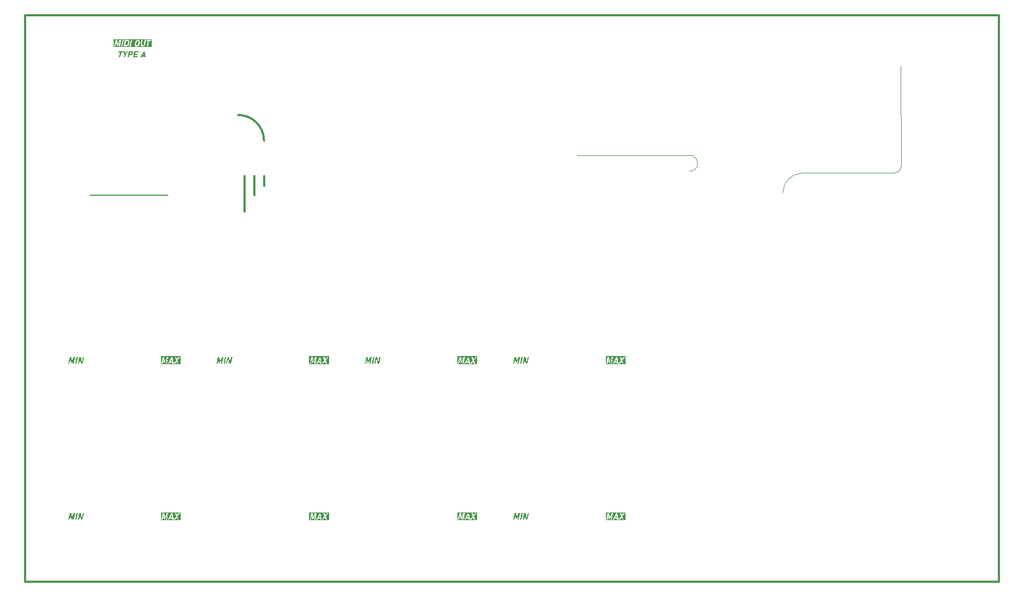
<source format=gbr>
%TF.GenerationSoftware,KiCad,Pcbnew,9.0.2*%
%TF.CreationDate,2025-08-22T18:26:34+01:00*%
%TF.ProjectId,MC8P_MIDI_CONTROLLER,4d433850-5f4d-4494-9449-5f434f4e5452,rev?*%
%TF.SameCoordinates,Original*%
%TF.FileFunction,Legend,Top*%
%TF.FilePolarity,Positive*%
%FSLAX46Y46*%
G04 Gerber Fmt 4.6, Leading zero omitted, Abs format (unit mm)*
G04 Created by KiCad (PCBNEW 9.0.2) date 2025-08-22 18:26:34*
%MOMM*%
%LPD*%
G01*
G04 APERTURE LIST*
%ADD10C,0.100000*%
%ADD11C,0.300000*%
%ADD12C,0.200000*%
G04 APERTURE END LIST*
D10*
X157775373Y-121925100D02*
X157804897Y-137425100D01*
X125000000Y-135749999D02*
X107500000Y-135750000D01*
X157804897Y-137425104D02*
G75*
G02*
X156730001Y-138499997I-1074897J4D01*
G01*
X125000000Y-135749999D02*
G75*
G02*
X125000000Y-138250001I0J-1250001D01*
G01*
X142539299Y-138526813D02*
X156730000Y-138500000D01*
D11*
X55000000Y-129500000D02*
G75*
G02*
X59000000Y-133500000I0J-4000000D01*
G01*
X21980000Y-114000000D02*
X172980000Y-114000000D01*
X172980000Y-202000000D01*
X21980000Y-202000000D01*
X21980000Y-114000000D01*
D12*
X44000000Y-142000000D02*
X32000000Y-142000000D01*
D11*
X59000000Y-139000000D02*
X59000000Y-140500000D01*
D10*
X139491213Y-141574899D02*
G75*
G02*
X142539299Y-138526813I3048087J-1D01*
G01*
D11*
X56000000Y-139000000D02*
X56000000Y-144500000D01*
X57500000Y-139000000D02*
X57500000Y-142000000D01*
D12*
G36*
X44706388Y-167740502D02*
G01*
X44474068Y-167740502D01*
X44660668Y-167401676D01*
X44706388Y-167740502D01*
G37*
G36*
X46061625Y-168191111D02*
G01*
X42995806Y-168191111D01*
X42995806Y-168080000D01*
X43106917Y-168080000D01*
X43273307Y-168080000D01*
X43417202Y-167387869D01*
X43475357Y-167969357D01*
X43637046Y-167969357D01*
X43939887Y-167374334D01*
X43793178Y-168080000D01*
X43959508Y-168080000D01*
X44089994Y-168080000D01*
X44287098Y-168080000D01*
X44374766Y-167920814D01*
X44730718Y-167920814D01*
X44752198Y-168080000D01*
X44949302Y-168080000D01*
X44982274Y-168080000D01*
X45175348Y-168080000D01*
X45439968Y-167741026D01*
X45565587Y-168080000D01*
X45758722Y-168080000D01*
X45570346Y-167573975D01*
X45950514Y-167086725D01*
X45757440Y-167086725D01*
X45508316Y-167406057D01*
X45389855Y-167086725D01*
X45196781Y-167086725D01*
X45377586Y-167573569D01*
X44982274Y-168080000D01*
X44949302Y-168080000D01*
X44784316Y-167086725D01*
X44667995Y-167086725D01*
X44287553Y-167740502D01*
X44089994Y-168080000D01*
X43959508Y-168080000D01*
X44166015Y-167086725D01*
X43924825Y-167086725D01*
X43600532Y-167756195D01*
X43554675Y-167086725D01*
X43313424Y-167086725D01*
X43106917Y-168080000D01*
X42995806Y-168080000D01*
X42995806Y-166975614D01*
X46061625Y-166975614D01*
X46061625Y-168191111D01*
G37*
G36*
X75469696Y-167086725D02*
G01*
X75710886Y-167086725D01*
X75504379Y-168080000D01*
X75338049Y-168080000D01*
X75498395Y-167308742D01*
X75495891Y-167352461D01*
X75181917Y-167969357D01*
X75020228Y-167969357D01*
X74959900Y-167366139D01*
X74978524Y-167308742D01*
X74818178Y-168080000D01*
X74651788Y-168080000D01*
X74858295Y-167086725D01*
X75099546Y-167086725D01*
X75145403Y-167756195D01*
X75469696Y-167086725D01*
G37*
G36*
X75918492Y-168080000D02*
G01*
X75728716Y-168080000D01*
X75935223Y-167086725D01*
X76125000Y-167086725D01*
X75918492Y-168080000D01*
G37*
G36*
X76333522Y-167086725D02*
G01*
X76557371Y-167086725D01*
X76760642Y-167847725D01*
X76740858Y-167865493D01*
X76902791Y-167086725D01*
X77077852Y-167086725D01*
X76871467Y-168079328D01*
X76646336Y-168079328D01*
X76442027Y-167329930D01*
X76461688Y-167312161D01*
X76302198Y-168079328D01*
X76127137Y-168079328D01*
X76333522Y-167086725D01*
G37*
G36*
X113706388Y-191990502D02*
G01*
X113474068Y-191990502D01*
X113660668Y-191651676D01*
X113706388Y-191990502D01*
G37*
G36*
X115061625Y-192441111D02*
G01*
X111995806Y-192441111D01*
X111995806Y-192330000D01*
X112106917Y-192330000D01*
X112273307Y-192330000D01*
X112417202Y-191637869D01*
X112475357Y-192219357D01*
X112637046Y-192219357D01*
X112939887Y-191624334D01*
X112793178Y-192330000D01*
X112959508Y-192330000D01*
X113089994Y-192330000D01*
X113287098Y-192330000D01*
X113374766Y-192170814D01*
X113730718Y-192170814D01*
X113752198Y-192330000D01*
X113949302Y-192330000D01*
X113982274Y-192330000D01*
X114175348Y-192330000D01*
X114439968Y-191991026D01*
X114565587Y-192330000D01*
X114758722Y-192330000D01*
X114570346Y-191823975D01*
X114950514Y-191336725D01*
X114757440Y-191336725D01*
X114508316Y-191656057D01*
X114389855Y-191336725D01*
X114196781Y-191336725D01*
X114377586Y-191823569D01*
X113982274Y-192330000D01*
X113949302Y-192330000D01*
X113784316Y-191336725D01*
X113667995Y-191336725D01*
X113287553Y-191990502D01*
X113089994Y-192330000D01*
X112959508Y-192330000D01*
X113166015Y-191336725D01*
X112924825Y-191336725D01*
X112600532Y-192006195D01*
X112554675Y-191336725D01*
X112313424Y-191336725D01*
X112106917Y-192330000D01*
X111995806Y-192330000D01*
X111995806Y-191225614D01*
X115061625Y-191225614D01*
X115061625Y-192441111D01*
G37*
G36*
X29469696Y-167086725D02*
G01*
X29710886Y-167086725D01*
X29504379Y-168080000D01*
X29338049Y-168080000D01*
X29498395Y-167308742D01*
X29495891Y-167352461D01*
X29181917Y-167969357D01*
X29020228Y-167969357D01*
X28959900Y-167366139D01*
X28978524Y-167308742D01*
X28818178Y-168080000D01*
X28651788Y-168080000D01*
X28858295Y-167086725D01*
X29099546Y-167086725D01*
X29145403Y-167756195D01*
X29469696Y-167086725D01*
G37*
G36*
X29918492Y-168080000D02*
G01*
X29728716Y-168080000D01*
X29935223Y-167086725D01*
X30125000Y-167086725D01*
X29918492Y-168080000D01*
G37*
G36*
X30333522Y-167086725D02*
G01*
X30557371Y-167086725D01*
X30760642Y-167847725D01*
X30740858Y-167865493D01*
X30902791Y-167086725D01*
X31077852Y-167086725D01*
X30871467Y-168079328D01*
X30646336Y-168079328D01*
X30442027Y-167329930D01*
X30461688Y-167312161D01*
X30302198Y-168079328D01*
X30127137Y-168079328D01*
X30333522Y-167086725D01*
G37*
G36*
X39474435Y-118019384D02*
G01*
X39510338Y-118035233D01*
X39537944Y-118061062D01*
X39555401Y-118096355D01*
X39561785Y-118137573D01*
X39556744Y-118187885D01*
X39496233Y-118478900D01*
X39480819Y-118528186D01*
X39456849Y-118570430D01*
X39424775Y-118605659D01*
X39386324Y-118631552D01*
X39342819Y-118647607D01*
X39294977Y-118653046D01*
X39248453Y-118647353D01*
X39212606Y-118631552D01*
X39185037Y-118605730D01*
X39167544Y-118570430D01*
X39161189Y-118529168D01*
X39166200Y-118478900D01*
X39226711Y-118187885D01*
X39242164Y-118138552D01*
X39266096Y-118096355D01*
X39298198Y-118061115D01*
X39336560Y-118035233D01*
X39380068Y-118019132D01*
X39427906Y-118013679D01*
X39474435Y-118019384D01*
G37*
G36*
X37811623Y-118022851D02*
G01*
X37853701Y-118038158D01*
X37883559Y-118061489D01*
X37903281Y-118093295D01*
X37911656Y-118134005D01*
X37906884Y-118187213D01*
X37846068Y-118479572D01*
X37829628Y-118530817D01*
X37804483Y-118572136D01*
X37770474Y-118605235D01*
X37729301Y-118629283D01*
X37680314Y-118644304D01*
X37621608Y-118649626D01*
X37479286Y-118649626D01*
X37610792Y-118017098D01*
X37753133Y-118017098D01*
X37811623Y-118022851D01*
G37*
G36*
X41613433Y-118951369D02*
G01*
X35672387Y-118951369D01*
X35672387Y-118830000D01*
X35783498Y-118830000D01*
X35949888Y-118830000D01*
X36093783Y-118137869D01*
X36151938Y-118719357D01*
X36313627Y-118719357D01*
X36616468Y-118124334D01*
X36469759Y-118830000D01*
X36636089Y-118830000D01*
X36860426Y-118830000D01*
X37050202Y-118830000D01*
X37258725Y-118830000D01*
X37350926Y-118830000D01*
X37579415Y-118830000D01*
X38150028Y-118830000D01*
X38339805Y-118830000D01*
X38398643Y-118546995D01*
X38967587Y-118546995D01*
X38969401Y-118610536D01*
X38981492Y-118666418D01*
X39004592Y-118718035D01*
X39037009Y-118760419D01*
X39079433Y-118794829D01*
X39128731Y-118819356D01*
X39186963Y-118834787D01*
X39256082Y-118840258D01*
X39325408Y-118835112D01*
X39390317Y-118819951D01*
X39451659Y-118794829D01*
X39508341Y-118760445D01*
X39558605Y-118717841D01*
X39602967Y-118666418D01*
X39639226Y-118608814D01*
X39665576Y-118548841D01*
X39850049Y-118548841D01*
X39850603Y-118614729D01*
X39861010Y-118670509D01*
X39882600Y-118722008D01*
X39913908Y-118763655D01*
X39955654Y-118796905D01*
X40004539Y-118820025D01*
X40064633Y-118834892D01*
X40138470Y-118840258D01*
X40212279Y-118835218D01*
X40278940Y-118820621D01*
X40339543Y-118796905D01*
X40395360Y-118763657D01*
X40444466Y-118721755D01*
X40487432Y-118670509D01*
X40522149Y-118612938D01*
X40550024Y-118546730D01*
X40570719Y-118470657D01*
X40665039Y-118017098D01*
X40752619Y-118017098D01*
X41017182Y-118017098D01*
X40848179Y-118830000D01*
X41031239Y-118830000D01*
X41200242Y-118017098D01*
X41464831Y-118017098D01*
X41502322Y-117836725D01*
X40790110Y-117836725D01*
X40752619Y-118017098D01*
X40665039Y-118017098D01*
X40702549Y-117836725D01*
X40519489Y-117836725D01*
X40386682Y-118475481D01*
X40369989Y-118529865D01*
X40345704Y-118573409D01*
X40314019Y-118607983D01*
X40275114Y-118633814D01*
X40229978Y-118649605D01*
X40176938Y-118655122D01*
X40124816Y-118649153D01*
X40087240Y-118633098D01*
X40060434Y-118607983D01*
X40043766Y-118574835D01*
X40037310Y-118531873D01*
X40043276Y-118475481D01*
X40176083Y-117836725D01*
X39992962Y-117836725D01*
X39861132Y-118470657D01*
X39850049Y-118548841D01*
X39665576Y-118548841D01*
X39667268Y-118544990D01*
X39687048Y-118474077D01*
X39745544Y-118192648D01*
X39755351Y-118119731D01*
X39753515Y-118056212D01*
X39741392Y-118000368D01*
X39718321Y-117948715D01*
X39685924Y-117906335D01*
X39643512Y-117871957D01*
X39594252Y-117847434D01*
X39536023Y-117832001D01*
X39466863Y-117826528D01*
X39397576Y-117831672D01*
X39332666Y-117846831D01*
X39271286Y-117871957D01*
X39214610Y-117906309D01*
X39164346Y-117948911D01*
X39119977Y-118000368D01*
X39083721Y-118057933D01*
X39055679Y-118121736D01*
X39035897Y-118192648D01*
X38977400Y-118474077D01*
X38969986Y-118529168D01*
X38967587Y-118546995D01*
X38398643Y-118546995D01*
X38546312Y-117836725D01*
X38356535Y-117836725D01*
X38150028Y-118830000D01*
X37579415Y-118830000D01*
X37661792Y-118824762D01*
X37734796Y-118809735D01*
X37799784Y-118785608D01*
X37860050Y-118751654D01*
X37911471Y-118710328D01*
X37954939Y-118661289D01*
X37990198Y-118605766D01*
X38017585Y-118543672D01*
X38037004Y-118474077D01*
X38095501Y-118192648D01*
X38105613Y-118117384D01*
X38103454Y-118053922D01*
X38090799Y-118000001D01*
X38066605Y-117951010D01*
X38031892Y-117910844D01*
X37985408Y-117878429D01*
X37932314Y-117856275D01*
X37866921Y-117841921D01*
X37786594Y-117836725D01*
X37648292Y-117836725D01*
X37465232Y-117836725D01*
X37296226Y-118649626D01*
X37258725Y-118830000D01*
X37050202Y-118830000D01*
X37256710Y-117836725D01*
X37066933Y-117836725D01*
X36860426Y-118830000D01*
X36636089Y-118830000D01*
X36842596Y-117836725D01*
X36601406Y-117836725D01*
X36277113Y-118506195D01*
X36231256Y-117836725D01*
X35990005Y-117836725D01*
X35783498Y-118830000D01*
X35672387Y-118830000D01*
X35672387Y-117715417D01*
X41613433Y-117715417D01*
X41613433Y-118951369D01*
G37*
G36*
X44706388Y-191990502D02*
G01*
X44474068Y-191990502D01*
X44660668Y-191651676D01*
X44706388Y-191990502D01*
G37*
G36*
X46061625Y-192441111D02*
G01*
X42995806Y-192441111D01*
X42995806Y-192330000D01*
X43106917Y-192330000D01*
X43273307Y-192330000D01*
X43417202Y-191637869D01*
X43475357Y-192219357D01*
X43637046Y-192219357D01*
X43939887Y-191624334D01*
X43793178Y-192330000D01*
X43959508Y-192330000D01*
X44089994Y-192330000D01*
X44287098Y-192330000D01*
X44374766Y-192170814D01*
X44730718Y-192170814D01*
X44752198Y-192330000D01*
X44949302Y-192330000D01*
X44982274Y-192330000D01*
X45175348Y-192330000D01*
X45439968Y-191991026D01*
X45565587Y-192330000D01*
X45758722Y-192330000D01*
X45570346Y-191823975D01*
X45950514Y-191336725D01*
X45757440Y-191336725D01*
X45508316Y-191656057D01*
X45389855Y-191336725D01*
X45196781Y-191336725D01*
X45377586Y-191823569D01*
X44982274Y-192330000D01*
X44949302Y-192330000D01*
X44784316Y-191336725D01*
X44667995Y-191336725D01*
X44287553Y-191990502D01*
X44089994Y-192330000D01*
X43959508Y-192330000D01*
X44166015Y-191336725D01*
X43924825Y-191336725D01*
X43600532Y-192006195D01*
X43554675Y-191336725D01*
X43313424Y-191336725D01*
X43106917Y-192330000D01*
X42995806Y-192330000D01*
X42995806Y-191225614D01*
X46061625Y-191225614D01*
X46061625Y-192441111D01*
G37*
G36*
X90706388Y-167740502D02*
G01*
X90474068Y-167740502D01*
X90660668Y-167401676D01*
X90706388Y-167740502D01*
G37*
G36*
X92061625Y-168191111D02*
G01*
X88995806Y-168191111D01*
X88995806Y-168080000D01*
X89106917Y-168080000D01*
X89273307Y-168080000D01*
X89417202Y-167387869D01*
X89475357Y-167969357D01*
X89637046Y-167969357D01*
X89939887Y-167374334D01*
X89793178Y-168080000D01*
X89959508Y-168080000D01*
X90089994Y-168080000D01*
X90287098Y-168080000D01*
X90374766Y-167920814D01*
X90730718Y-167920814D01*
X90752198Y-168080000D01*
X90949302Y-168080000D01*
X90982274Y-168080000D01*
X91175348Y-168080000D01*
X91439968Y-167741026D01*
X91565587Y-168080000D01*
X91758722Y-168080000D01*
X91570346Y-167573975D01*
X91950514Y-167086725D01*
X91757440Y-167086725D01*
X91508316Y-167406057D01*
X91389855Y-167086725D01*
X91196781Y-167086725D01*
X91377586Y-167573569D01*
X90982274Y-168080000D01*
X90949302Y-168080000D01*
X90784316Y-167086725D01*
X90667995Y-167086725D01*
X90287553Y-167740502D01*
X90089994Y-168080000D01*
X89959508Y-168080000D01*
X90166015Y-167086725D01*
X89924825Y-167086725D01*
X89600532Y-167756195D01*
X89554675Y-167086725D01*
X89313424Y-167086725D01*
X89106917Y-168080000D01*
X88995806Y-168080000D01*
X88995806Y-166975614D01*
X92061625Y-166975614D01*
X92061625Y-168191111D01*
G37*
G36*
X113706388Y-167740502D02*
G01*
X113474068Y-167740502D01*
X113660668Y-167401676D01*
X113706388Y-167740502D01*
G37*
G36*
X115061625Y-168191111D02*
G01*
X111995806Y-168191111D01*
X111995806Y-168080000D01*
X112106917Y-168080000D01*
X112273307Y-168080000D01*
X112417202Y-167387869D01*
X112475357Y-167969357D01*
X112637046Y-167969357D01*
X112939887Y-167374334D01*
X112793178Y-168080000D01*
X112959508Y-168080000D01*
X113089994Y-168080000D01*
X113287098Y-168080000D01*
X113374766Y-167920814D01*
X113730718Y-167920814D01*
X113752198Y-168080000D01*
X113949302Y-168080000D01*
X113982274Y-168080000D01*
X114175348Y-168080000D01*
X114439968Y-167741026D01*
X114565587Y-168080000D01*
X114758722Y-168080000D01*
X114570346Y-167573975D01*
X114950514Y-167086725D01*
X114757440Y-167086725D01*
X114508316Y-167406057D01*
X114389855Y-167086725D01*
X114196781Y-167086725D01*
X114377586Y-167573569D01*
X113982274Y-168080000D01*
X113949302Y-168080000D01*
X113784316Y-167086725D01*
X113667995Y-167086725D01*
X113287553Y-167740502D01*
X113089994Y-168080000D01*
X112959508Y-168080000D01*
X113166015Y-167086725D01*
X112924825Y-167086725D01*
X112600532Y-167756195D01*
X112554675Y-167086725D01*
X112313424Y-167086725D01*
X112106917Y-168080000D01*
X111995806Y-168080000D01*
X111995806Y-166975614D01*
X115061625Y-166975614D01*
X115061625Y-168191111D01*
G37*
G36*
X98469696Y-191336725D02*
G01*
X98710886Y-191336725D01*
X98504379Y-192330000D01*
X98338049Y-192330000D01*
X98498395Y-191558742D01*
X98495891Y-191602461D01*
X98181917Y-192219357D01*
X98020228Y-192219357D01*
X97959900Y-191616139D01*
X97978524Y-191558742D01*
X97818178Y-192330000D01*
X97651788Y-192330000D01*
X97858295Y-191336725D01*
X98099546Y-191336725D01*
X98145403Y-192006195D01*
X98469696Y-191336725D01*
G37*
G36*
X98918492Y-192330000D02*
G01*
X98728716Y-192330000D01*
X98935223Y-191336725D01*
X99125000Y-191336725D01*
X98918492Y-192330000D01*
G37*
G36*
X99333522Y-191336725D02*
G01*
X99557371Y-191336725D01*
X99760642Y-192097725D01*
X99740858Y-192115493D01*
X99902791Y-191336725D01*
X100077852Y-191336725D01*
X99871467Y-192329328D01*
X99646336Y-192329328D01*
X99442027Y-191579930D01*
X99461688Y-191562161D01*
X99302198Y-192329328D01*
X99127137Y-192329328D01*
X99333522Y-191336725D01*
G37*
G36*
X98469696Y-167086725D02*
G01*
X98710886Y-167086725D01*
X98504379Y-168080000D01*
X98338049Y-168080000D01*
X98498395Y-167308742D01*
X98495891Y-167352461D01*
X98181917Y-167969357D01*
X98020228Y-167969357D01*
X97959900Y-167366139D01*
X97978524Y-167308742D01*
X97818178Y-168080000D01*
X97651788Y-168080000D01*
X97858295Y-167086725D01*
X98099546Y-167086725D01*
X98145403Y-167756195D01*
X98469696Y-167086725D01*
G37*
G36*
X98918492Y-168080000D02*
G01*
X98728716Y-168080000D01*
X98935223Y-167086725D01*
X99125000Y-167086725D01*
X98918492Y-168080000D01*
G37*
G36*
X99333522Y-167086725D02*
G01*
X99557371Y-167086725D01*
X99760642Y-167847725D01*
X99740858Y-167865493D01*
X99902791Y-167086725D01*
X100077852Y-167086725D01*
X99871467Y-168079328D01*
X99646336Y-168079328D01*
X99442027Y-167329930D01*
X99461688Y-167312161D01*
X99302198Y-168079328D01*
X99127137Y-168079328D01*
X99333522Y-167086725D01*
G37*
G36*
X67706388Y-167740502D02*
G01*
X67474068Y-167740502D01*
X67660668Y-167401676D01*
X67706388Y-167740502D01*
G37*
G36*
X69061625Y-168191111D02*
G01*
X65995806Y-168191111D01*
X65995806Y-168080000D01*
X66106917Y-168080000D01*
X66273307Y-168080000D01*
X66417202Y-167387869D01*
X66475357Y-167969357D01*
X66637046Y-167969357D01*
X66939887Y-167374334D01*
X66793178Y-168080000D01*
X66959508Y-168080000D01*
X67089994Y-168080000D01*
X67287098Y-168080000D01*
X67374766Y-167920814D01*
X67730718Y-167920814D01*
X67752198Y-168080000D01*
X67949302Y-168080000D01*
X67982274Y-168080000D01*
X68175348Y-168080000D01*
X68439968Y-167741026D01*
X68565587Y-168080000D01*
X68758722Y-168080000D01*
X68570346Y-167573975D01*
X68950514Y-167086725D01*
X68757440Y-167086725D01*
X68508316Y-167406057D01*
X68389855Y-167086725D01*
X68196781Y-167086725D01*
X68377586Y-167573569D01*
X67982274Y-168080000D01*
X67949302Y-168080000D01*
X67784316Y-167086725D01*
X67667995Y-167086725D01*
X67287553Y-167740502D01*
X67089994Y-168080000D01*
X66959508Y-168080000D01*
X67166015Y-167086725D01*
X66924825Y-167086725D01*
X66600532Y-167756195D01*
X66554675Y-167086725D01*
X66313424Y-167086725D01*
X66106917Y-168080000D01*
X65995806Y-168080000D01*
X65995806Y-166975614D01*
X69061625Y-166975614D01*
X69061625Y-168191111D01*
G37*
G36*
X67706388Y-191990502D02*
G01*
X67474068Y-191990502D01*
X67660668Y-191651676D01*
X67706388Y-191990502D01*
G37*
G36*
X69061625Y-192441111D02*
G01*
X65995806Y-192441111D01*
X65995806Y-192330000D01*
X66106917Y-192330000D01*
X66273307Y-192330000D01*
X66417202Y-191637869D01*
X66475357Y-192219357D01*
X66637046Y-192219357D01*
X66939887Y-191624334D01*
X66793178Y-192330000D01*
X66959508Y-192330000D01*
X67089994Y-192330000D01*
X67287098Y-192330000D01*
X67374766Y-192170814D01*
X67730718Y-192170814D01*
X67752198Y-192330000D01*
X67949302Y-192330000D01*
X67982274Y-192330000D01*
X68175348Y-192330000D01*
X68439968Y-191991026D01*
X68565587Y-192330000D01*
X68758722Y-192330000D01*
X68570346Y-191823975D01*
X68950514Y-191336725D01*
X68757440Y-191336725D01*
X68508316Y-191656057D01*
X68389855Y-191336725D01*
X68196781Y-191336725D01*
X68377586Y-191823569D01*
X67982274Y-192330000D01*
X67949302Y-192330000D01*
X67784316Y-191336725D01*
X67667995Y-191336725D01*
X67287553Y-191990502D01*
X67089994Y-192330000D01*
X66959508Y-192330000D01*
X67166015Y-191336725D01*
X66924825Y-191336725D01*
X66600532Y-192006195D01*
X66554675Y-191336725D01*
X66313424Y-191336725D01*
X66106917Y-192330000D01*
X65995806Y-192330000D01*
X65995806Y-191225614D01*
X69061625Y-191225614D01*
X69061625Y-192441111D01*
G37*
G36*
X52469696Y-167086725D02*
G01*
X52710886Y-167086725D01*
X52504379Y-168080000D01*
X52338049Y-168080000D01*
X52498395Y-167308742D01*
X52495891Y-167352461D01*
X52181917Y-167969357D01*
X52020228Y-167969357D01*
X51959900Y-167366139D01*
X51978524Y-167308742D01*
X51818178Y-168080000D01*
X51651788Y-168080000D01*
X51858295Y-167086725D01*
X52099546Y-167086725D01*
X52145403Y-167756195D01*
X52469696Y-167086725D01*
G37*
G36*
X52918492Y-168080000D02*
G01*
X52728716Y-168080000D01*
X52935223Y-167086725D01*
X53125000Y-167086725D01*
X52918492Y-168080000D01*
G37*
G36*
X53333522Y-167086725D02*
G01*
X53557371Y-167086725D01*
X53760642Y-167847725D01*
X53740858Y-167865493D01*
X53902791Y-167086725D01*
X54077852Y-167086725D01*
X53871467Y-168079328D01*
X53646336Y-168079328D01*
X53442027Y-167329930D01*
X53461688Y-167312161D01*
X53302198Y-168079328D01*
X53127137Y-168079328D01*
X53333522Y-167086725D01*
G37*
G36*
X29469696Y-191336725D02*
G01*
X29710886Y-191336725D01*
X29504379Y-192330000D01*
X29338049Y-192330000D01*
X29498395Y-191558742D01*
X29495891Y-191602461D01*
X29181917Y-192219357D01*
X29020228Y-192219357D01*
X28959900Y-191616139D01*
X28978524Y-191558742D01*
X28818178Y-192330000D01*
X28651788Y-192330000D01*
X28858295Y-191336725D01*
X29099546Y-191336725D01*
X29145403Y-192006195D01*
X29469696Y-191336725D01*
G37*
G36*
X29918492Y-192330000D02*
G01*
X29728716Y-192330000D01*
X29935223Y-191336725D01*
X30125000Y-191336725D01*
X29918492Y-192330000D01*
G37*
G36*
X30333522Y-191336725D02*
G01*
X30557371Y-191336725D01*
X30760642Y-192097725D01*
X30740858Y-192115493D01*
X30902791Y-191336725D01*
X31077852Y-191336725D01*
X30871467Y-192329328D01*
X30646336Y-192329328D01*
X30442027Y-191579930D01*
X30461688Y-191562161D01*
X30302198Y-192329328D01*
X30127137Y-192329328D01*
X30333522Y-191336725D01*
G37*
G36*
X90706388Y-191990502D02*
G01*
X90474068Y-191990502D01*
X90660668Y-191651676D01*
X90706388Y-191990502D01*
G37*
G36*
X92061625Y-192441111D02*
G01*
X88995806Y-192441111D01*
X88995806Y-192330000D01*
X89106917Y-192330000D01*
X89273307Y-192330000D01*
X89417202Y-191637869D01*
X89475357Y-192219357D01*
X89637046Y-192219357D01*
X89939887Y-191624334D01*
X89793178Y-192330000D01*
X89959508Y-192330000D01*
X90089994Y-192330000D01*
X90287098Y-192330000D01*
X90374766Y-192170814D01*
X90730718Y-192170814D01*
X90752198Y-192330000D01*
X90949302Y-192330000D01*
X90982274Y-192330000D01*
X91175348Y-192330000D01*
X91439968Y-191991026D01*
X91565587Y-192330000D01*
X91758722Y-192330000D01*
X91570346Y-191823975D01*
X91950514Y-191336725D01*
X91757440Y-191336725D01*
X91508316Y-191656057D01*
X91389855Y-191336725D01*
X91196781Y-191336725D01*
X91377586Y-191823569D01*
X90982274Y-192330000D01*
X90949302Y-192330000D01*
X90784316Y-191336725D01*
X90667995Y-191336725D01*
X90287553Y-191990502D01*
X90089994Y-192330000D01*
X89959508Y-192330000D01*
X90166015Y-191336725D01*
X89924825Y-191336725D01*
X89600532Y-192006195D01*
X89554675Y-191336725D01*
X89313424Y-191336725D01*
X89106917Y-192330000D01*
X88995806Y-192330000D01*
X88995806Y-191225614D01*
X92061625Y-191225614D01*
X92061625Y-192441111D01*
G37*
G36*
X36707319Y-119668058D02*
G01*
X36890379Y-119668058D01*
X36700785Y-120580000D01*
X36517725Y-120580000D01*
X36707319Y-119668058D01*
G37*
G36*
X36459656Y-119586725D02*
G01*
X37171868Y-119586725D01*
X37134377Y-119767098D01*
X36422165Y-119767098D01*
X36459656Y-119586725D01*
G37*
G36*
X37550384Y-120196782D02*
G01*
X37470700Y-120580000D01*
X37287640Y-120580000D01*
X37367324Y-120196782D01*
X37208139Y-119586725D01*
X37399869Y-119586725D01*
X37496772Y-120014394D01*
X37771424Y-119586725D01*
X37963215Y-119586725D01*
X37550384Y-120196782D01*
G37*
G36*
X38053280Y-120014394D02*
G01*
X38364079Y-120014394D01*
X38395746Y-120010530D01*
X38425017Y-119999007D01*
X38450995Y-119980643D01*
X38473133Y-119955654D01*
X38489770Y-119925872D01*
X38500488Y-119891418D01*
X38504299Y-119855644D01*
X38500366Y-119826205D01*
X38488854Y-119800807D01*
X38470691Y-119782486D01*
X38446737Y-119771165D01*
X38415492Y-119767098D01*
X38104693Y-119767098D01*
X38142184Y-119586725D01*
X38448220Y-119586725D01*
X38507820Y-119591303D01*
X38557986Y-119604199D01*
X38600384Y-119624644D01*
X38637149Y-119653450D01*
X38665253Y-119688768D01*
X38685380Y-119731561D01*
X38696225Y-119778058D01*
X38698208Y-119830853D01*
X38690204Y-119891418D01*
X38673636Y-119950280D01*
X38649902Y-120003215D01*
X38619007Y-120050969D01*
X38581253Y-120093393D01*
X38538305Y-120128642D01*
X38489681Y-120157154D01*
X38437268Y-120177884D01*
X38381555Y-120190436D01*
X38321825Y-120194706D01*
X38015789Y-120194706D01*
X38053280Y-120014394D01*
G37*
G36*
X38058714Y-119586725D02*
G01*
X38241774Y-119586725D01*
X38035267Y-120580000D01*
X37852207Y-120580000D01*
X38058714Y-119586725D01*
G37*
G36*
X38916495Y-119586725D02*
G01*
X39099555Y-119586725D01*
X38893048Y-120580000D01*
X38709988Y-120580000D01*
X38916495Y-119586725D01*
G37*
G36*
X38813669Y-120399626D02*
G01*
X39398325Y-120399626D01*
X39360834Y-120580000D01*
X38776178Y-120580000D01*
X38813669Y-120399626D01*
G37*
G36*
X38897444Y-119996625D02*
G01*
X39408583Y-119996625D01*
X39371092Y-120176938D01*
X38859953Y-120176938D01*
X38897444Y-119996625D01*
G37*
G36*
X38982685Y-119586725D02*
G01*
X39567341Y-119586725D01*
X39529850Y-119767098D01*
X38945194Y-119767098D01*
X38982685Y-119586725D01*
G37*
G36*
X40405888Y-119586725D02*
G01*
X40522209Y-119586725D01*
X40687195Y-120580000D01*
X40490091Y-120580000D01*
X40398561Y-119901676D01*
X40024991Y-120580000D01*
X39827887Y-120580000D01*
X40405888Y-119586725D01*
G37*
G36*
X40076893Y-120240502D02*
G01*
X40588032Y-120240502D01*
X40550541Y-120420814D01*
X40039402Y-120420814D01*
X40076893Y-120240502D01*
G37*
M02*

</source>
